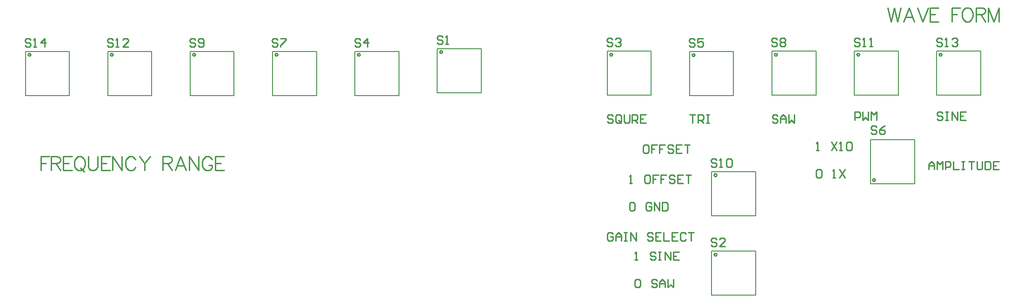
<source format=gto>
G04*
G04 #@! TF.GenerationSoftware,Altium Limited,Altium Designer,20.2.6 (244)*
G04*
G04 Layer_Color=65535*
%FSLAX25Y25*%
%MOIN*%
G70*
G04*
G04 #@! TF.SameCoordinates,84CE4F0F-00B1-48B8-8D41-A7CC789AE08E*
G04*
G04*
G04 #@! TF.FilePolarity,Positive*
G04*
G01*
G75*
%ADD10C,0.01000*%
%ADD11C,0.00787*%
D10*
X633395Y100492D02*
X632889Y101370D01*
X631875D01*
X631368Y100492D01*
X631875Y99615D01*
X632889D01*
X633395Y100492D01*
X746978Y96949D02*
X746471Y97826D01*
X745458D01*
X744951Y96949D01*
X745458Y96071D01*
X746471D01*
X746978Y96949D01*
X633395Y43406D02*
X632889Y44283D01*
X631875D01*
X631368Y43406D01*
X631875Y42528D01*
X632889D01*
X633395Y43406D01*
X794813Y187106D02*
X794306Y187984D01*
X793293D01*
X792786Y187106D01*
X793293Y186229D01*
X794306D01*
X794813Y187106D01*
X735757D02*
X735251Y187984D01*
X734237D01*
X733731Y187106D01*
X734237Y186229D01*
X735251D01*
X735757Y187106D01*
X676702D02*
X676196Y187984D01*
X675182D01*
X674676Y187106D01*
X675182Y186229D01*
X676196D01*
X676702Y187106D01*
X617647Y186713D02*
X617140Y187590D01*
X616127D01*
X615621Y186713D01*
X616127Y185835D01*
X617140D01*
X617647Y186713D01*
X558592Y187106D02*
X558085Y187984D01*
X557072D01*
X556565Y187106D01*
X557072Y186229D01*
X558085D01*
X558592Y187106D01*
X141561Y186937D02*
X141055Y187814D01*
X140041D01*
X139535Y186937D01*
X140041Y186059D01*
X141055D01*
X141561Y186937D01*
X200617D02*
X200110Y187814D01*
X199097D01*
X198590Y186937D01*
X199097Y186059D01*
X200110D01*
X200617Y186937D01*
X259672D02*
X259165Y187814D01*
X258152D01*
X257645Y186937D01*
X258152Y186059D01*
X259165D01*
X259672Y186937D01*
X318727D02*
X318220Y187814D01*
X317207D01*
X316700Y186937D01*
X317207Y186059D01*
X318220D01*
X318727Y186937D01*
X377782D02*
X377275Y187814D01*
X376262D01*
X375755Y186937D01*
X376262Y186059D01*
X377275D01*
X377782Y186937D01*
X436837Y188905D02*
X436330Y189783D01*
X435317D01*
X434810Y188905D01*
X435317Y188028D01*
X436330D01*
X436837Y188905D01*
X148890Y113743D02*
Y103745D01*
Y113743D02*
X155080D01*
X148890Y108982D02*
X152699D01*
X156222Y113743D02*
Y103745D01*
Y113743D02*
X160507D01*
X161935Y113267D01*
X162411Y112791D01*
X162888Y111838D01*
Y110886D01*
X162411Y109934D01*
X161935Y109458D01*
X160507Y108982D01*
X156222D01*
X159555D02*
X162888Y103745D01*
X171314Y113743D02*
X165125D01*
Y103745D01*
X171314D01*
X165125Y108982D02*
X168934D01*
X175837Y113743D02*
X174885Y113267D01*
X173933Y112314D01*
X173457Y111362D01*
X172981Y109934D01*
Y107554D01*
X173457Y106125D01*
X173933Y105173D01*
X174885Y104221D01*
X175837Y103745D01*
X177742D01*
X178694Y104221D01*
X179646Y105173D01*
X180122Y106125D01*
X180598Y107554D01*
Y109934D01*
X180122Y111362D01*
X179646Y112314D01*
X178694Y113267D01*
X177742Y113743D01*
X175837D01*
X177265Y105649D02*
X180122Y102793D01*
X182931Y113743D02*
Y106601D01*
X183407Y105173D01*
X184359Y104221D01*
X185787Y103745D01*
X186740D01*
X188168Y104221D01*
X189120Y105173D01*
X189596Y106601D01*
Y113743D01*
X198547D02*
X192357D01*
Y103745D01*
X198547D01*
X192357Y108982D02*
X196166D01*
X200213Y113743D02*
Y103745D01*
Y113743D02*
X206878Y103745D01*
Y113743D02*
Y103745D01*
X216781Y111362D02*
X216305Y112314D01*
X215353Y113267D01*
X214400Y113743D01*
X212496D01*
X211544Y113267D01*
X210592Y112314D01*
X210116Y111362D01*
X209639Y109934D01*
Y107554D01*
X210116Y106125D01*
X210592Y105173D01*
X211544Y104221D01*
X212496Y103745D01*
X214400D01*
X215353Y104221D01*
X216305Y105173D01*
X216781Y106125D01*
X219590Y113743D02*
X223398Y108982D01*
Y103745D01*
X227207Y113743D02*
X223398Y108982D01*
X236348Y113743D02*
Y103745D01*
Y113743D02*
X240633D01*
X242061Y113267D01*
X242537Y112791D01*
X243013Y111838D01*
Y110886D01*
X242537Y109934D01*
X242061Y109458D01*
X240633Y108982D01*
X236348D01*
X239681D02*
X243013Y103745D01*
X252868D02*
X249060Y113743D01*
X245251Y103745D01*
X246679Y107078D02*
X251440D01*
X255201Y113743D02*
Y103745D01*
Y113743D02*
X261866Y103745D01*
Y113743D02*
Y103745D01*
X271769Y111362D02*
X271293Y112314D01*
X270341Y113267D01*
X269389Y113743D01*
X267484D01*
X266532Y113267D01*
X265580Y112314D01*
X265104Y111362D01*
X264628Y109934D01*
Y107554D01*
X265104Y106125D01*
X265580Y105173D01*
X266532Y104221D01*
X267484Y103745D01*
X269389D01*
X270341Y104221D01*
X271293Y105173D01*
X271769Y106125D01*
Y107554D01*
X269389D02*
X271769D01*
X280243Y113743D02*
X274054D01*
Y103745D01*
X280243D01*
X274054Y108982D02*
X277863D01*
X755905Y220628D02*
X758286Y210630D01*
X760666Y220628D02*
X758286Y210630D01*
X760666Y220628D02*
X763047Y210630D01*
X765427Y220628D02*
X763047Y210630D01*
X775044D02*
X771236Y220628D01*
X767427Y210630D01*
X768855Y213963D02*
X773616D01*
X777377Y220628D02*
X781186Y210630D01*
X784995Y220628D02*
X781186Y210630D01*
X792469Y220628D02*
X786280D01*
Y210630D01*
X792469D01*
X786280Y215867D02*
X790089D01*
X801991Y220628D02*
Y210630D01*
Y220628D02*
X808180D01*
X801991Y215867D02*
X805800D01*
X812179Y220628D02*
X811227Y220152D01*
X810275Y219199D01*
X809799Y218247D01*
X809323Y216819D01*
Y214439D01*
X809799Y213010D01*
X810275Y212058D01*
X811227Y211106D01*
X812179Y210630D01*
X814083D01*
X815036Y211106D01*
X815988Y212058D01*
X816464Y213010D01*
X816940Y214439D01*
Y216819D01*
X816464Y218247D01*
X815988Y219199D01*
X815036Y220152D01*
X814083Y220628D01*
X812179D01*
X819273D02*
Y210630D01*
Y220628D02*
X823558D01*
X824986Y220152D01*
X825462Y219676D01*
X825938Y218723D01*
Y217771D01*
X825462Y216819D01*
X824986Y216343D01*
X823558Y215867D01*
X819273D01*
X822606D02*
X825938Y210630D01*
X828176Y220628D02*
Y210630D01*
Y220628D02*
X831984Y210630D01*
X835793Y220628D02*
X831984Y210630D01*
X835793Y220628D02*
Y210630D01*
X559054Y142715D02*
X558070Y143699D01*
X556102D01*
X555118Y142715D01*
Y141731D01*
X556102Y140747D01*
X558070D01*
X559054Y139763D01*
Y138779D01*
X558070Y137795D01*
X556102D01*
X555118Y138779D01*
X564957D02*
Y142715D01*
X563974Y143699D01*
X562006D01*
X561022Y142715D01*
Y138779D01*
X562006Y137795D01*
X563974D01*
X562990Y139763D02*
X564957Y137795D01*
X563974D02*
X564957Y138779D01*
X566925Y143699D02*
Y138779D01*
X567909Y137795D01*
X569877D01*
X570861Y138779D01*
Y143699D01*
X572829Y137795D02*
Y143699D01*
X575781D01*
X576765Y142715D01*
Y140747D01*
X575781Y139763D01*
X572829D01*
X574797D02*
X576765Y137795D01*
X582668Y143699D02*
X578732D01*
Y137795D01*
X582668D01*
X578732Y140747D02*
X580700D01*
X614173Y143699D02*
X618109D01*
X616141D01*
Y137795D01*
X620077D02*
Y143699D01*
X623029D01*
X624013Y142715D01*
Y140747D01*
X623029Y139763D01*
X620077D01*
X622045D02*
X624013Y137795D01*
X625980Y143699D02*
X627948D01*
X626964D01*
Y137795D01*
X625980D01*
X627948D01*
X677164Y142715D02*
X676180Y143699D01*
X674212D01*
X673228Y142715D01*
Y141731D01*
X674212Y140747D01*
X676180D01*
X677164Y139763D01*
Y138779D01*
X676180Y137795D01*
X674212D01*
X673228Y138779D01*
X679132Y137795D02*
Y141731D01*
X681100Y143699D01*
X683068Y141731D01*
Y137795D01*
Y140747D01*
X679132D01*
X685036Y143699D02*
Y137795D01*
X687003Y139763D01*
X688971Y137795D01*
Y143699D01*
X732283Y139764D02*
Y145667D01*
X735235D01*
X736219Y144683D01*
Y142716D01*
X735235Y141732D01*
X732283D01*
X738187Y145667D02*
Y139764D01*
X740155Y141732D01*
X742123Y139764D01*
Y145667D01*
X744091Y139764D02*
Y145667D01*
X746059Y143700D01*
X748026Y145667D01*
Y139764D01*
X795274Y144683D02*
X794290Y145667D01*
X792322D01*
X791339Y144683D01*
Y143700D01*
X792322Y142716D01*
X794290D01*
X795274Y141732D01*
Y140748D01*
X794290Y139764D01*
X792322D01*
X791339Y140748D01*
X797242Y145667D02*
X799210D01*
X798226D01*
Y139764D01*
X797242D01*
X799210D01*
X802162D02*
Y145667D01*
X806098Y139764D01*
Y145667D01*
X812001D02*
X808065D01*
Y139764D01*
X812001D01*
X808065Y142716D02*
X810033D01*
X574803Y39370D02*
X576771D01*
X575787D01*
Y45274D01*
X574803Y44290D01*
X589562D02*
X588578Y45274D01*
X586610D01*
X585626Y44290D01*
Y43306D01*
X586610Y42322D01*
X588578D01*
X589562Y41338D01*
Y40354D01*
X588578Y39370D01*
X586610D01*
X585626Y40354D01*
X591530Y45274D02*
X593498D01*
X592514D01*
Y39370D01*
X591530D01*
X593498D01*
X596450D02*
Y45274D01*
X600385Y39370D01*
Y45274D01*
X606289D02*
X602353D01*
Y39370D01*
X606289D01*
X602353Y42322D02*
X604321D01*
X574803Y24605D02*
X575787Y25589D01*
X577755D01*
X578739Y24605D01*
Y20669D01*
X577755Y19685D01*
X575787D01*
X574803Y20669D01*
Y24605D01*
X590546D02*
X589562Y25589D01*
X587594D01*
X586610Y24605D01*
Y23621D01*
X587594Y22637D01*
X589562D01*
X590546Y21653D01*
Y20669D01*
X589562Y19685D01*
X587594D01*
X586610Y20669D01*
X592514Y19685D02*
Y23621D01*
X594482Y25589D01*
X596450Y23621D01*
Y19685D01*
Y22637D01*
X592514D01*
X598418Y25589D02*
Y19685D01*
X600385Y21653D01*
X602353Y19685D01*
Y25589D01*
X704724Y103345D02*
X705708Y104329D01*
X707676D01*
X708660Y103345D01*
Y99409D01*
X707676Y98425D01*
X705708D01*
X704724Y99409D01*
Y103345D01*
X716532Y98425D02*
X718500D01*
X717516D01*
Y104329D01*
X716532Y103345D01*
X721451Y104329D02*
X725387Y98425D01*
Y104329D02*
X721451Y98425D01*
X704724Y118110D02*
X706692D01*
X705708D01*
Y124014D01*
X704724Y123030D01*
X715548Y124014D02*
X719483Y118110D01*
Y124014D02*
X715548Y118110D01*
X721451D02*
X723419D01*
X722435D01*
Y124014D01*
X721451Y123030D01*
X726371D02*
X727355Y124014D01*
X729323D01*
X730307Y123030D01*
Y119094D01*
X729323Y118110D01*
X727355D01*
X726371Y119094D01*
Y123030D01*
X570866Y94488D02*
X572834D01*
X571850D01*
Y100392D01*
X570866Y99408D01*
X584641Y100392D02*
X582673D01*
X581689Y99408D01*
Y95472D01*
X582673Y94488D01*
X584641D01*
X585625Y95472D01*
Y99408D01*
X584641Y100392D01*
X591529D02*
X587593D01*
Y97440D01*
X589561D01*
X587593D01*
Y94488D01*
X597432Y100392D02*
X593497D01*
Y97440D01*
X595465D01*
X593497D01*
Y94488D01*
X603336Y99408D02*
X602352Y100392D01*
X600384D01*
X599400Y99408D01*
Y98424D01*
X600384Y97440D01*
X602352D01*
X603336Y96456D01*
Y95472D01*
X602352Y94488D01*
X600384D01*
X599400Y95472D01*
X609240Y100392D02*
X605304D01*
Y94488D01*
X609240D01*
X605304Y97440D02*
X607272D01*
X611207Y100392D02*
X615143D01*
X613175D01*
Y94488D01*
X570866Y79723D02*
X571850Y80707D01*
X573818D01*
X574802Y79723D01*
Y75787D01*
X573818Y74803D01*
X571850D01*
X570866Y75787D01*
Y79723D01*
X586609D02*
X585625Y80707D01*
X583657D01*
X582673Y79723D01*
Y75787D01*
X583657Y74803D01*
X585625D01*
X586609Y75787D01*
Y77755D01*
X584641D01*
X588577Y74803D02*
Y80707D01*
X592513Y74803D01*
Y80707D01*
X594481D02*
Y74803D01*
X597432D01*
X598416Y75787D01*
Y79723D01*
X597432Y80707D01*
X594481D01*
X583661Y122045D02*
X581693D01*
X580709Y121061D01*
Y117126D01*
X581693Y116142D01*
X583661D01*
X584644Y117126D01*
Y121061D01*
X583661Y122045D01*
X590548D02*
X586612D01*
Y119094D01*
X588580D01*
X586612D01*
Y116142D01*
X596452Y122045D02*
X592516D01*
Y119094D01*
X594484D01*
X592516D01*
Y116142D01*
X602355Y121061D02*
X601371Y122045D01*
X599403D01*
X598420Y121061D01*
Y120078D01*
X599403Y119094D01*
X601371D01*
X602355Y118110D01*
Y117126D01*
X601371Y116142D01*
X599403D01*
X598420Y117126D01*
X608259Y122045D02*
X604323D01*
Y116142D01*
X608259D01*
X604323Y119094D02*
X606291D01*
X610227Y122045D02*
X614162D01*
X612194D01*
Y116142D01*
X785433Y104331D02*
Y108266D01*
X787401Y110234D01*
X789369Y108266D01*
Y104331D01*
Y107282D01*
X785433D01*
X791337Y104331D02*
Y110234D01*
X793304Y108266D01*
X795272Y110234D01*
Y104331D01*
X797240D02*
Y110234D01*
X800192D01*
X801176Y109250D01*
Y107282D01*
X800192Y106299D01*
X797240D01*
X803144Y110234D02*
Y104331D01*
X807080D01*
X809048Y110234D02*
X811015D01*
X810031D01*
Y104331D01*
X809048D01*
X811015D01*
X813967Y110234D02*
X817903D01*
X815935D01*
Y104331D01*
X819871Y110234D02*
Y105315D01*
X820855Y104331D01*
X822822D01*
X823806Y105315D01*
Y110234D01*
X825774D02*
Y104331D01*
X828726D01*
X829710Y105315D01*
Y109250D01*
X828726Y110234D01*
X825774D01*
X835614D02*
X831678D01*
Y104331D01*
X835614D01*
X831678Y107282D02*
X833646D01*
X559054Y58069D02*
X558070Y59053D01*
X556102D01*
X555118Y58069D01*
Y54133D01*
X556102Y53150D01*
X558070D01*
X559054Y54133D01*
Y56101D01*
X557086D01*
X561022Y53150D02*
Y57085D01*
X562990Y59053D01*
X564957Y57085D01*
Y53150D01*
Y56101D01*
X561022D01*
X566925Y59053D02*
X568893D01*
X567909D01*
Y53150D01*
X566925D01*
X568893D01*
X571845D02*
Y59053D01*
X575781Y53150D01*
Y59053D01*
X587588Y58069D02*
X586604Y59053D01*
X584636D01*
X583652Y58069D01*
Y57085D01*
X584636Y56101D01*
X586604D01*
X587588Y55117D01*
Y54133D01*
X586604Y53150D01*
X584636D01*
X583652Y54133D01*
X593492Y59053D02*
X589556D01*
Y53150D01*
X593492D01*
X589556Y56101D02*
X591524D01*
X595459Y59053D02*
Y53150D01*
X599395D01*
X605299Y59053D02*
X601363D01*
Y53150D01*
X605299D01*
X601363Y56101D02*
X603331D01*
X611202Y58069D02*
X610218Y59053D01*
X608251D01*
X607267Y58069D01*
Y54133D01*
X608251Y53150D01*
X610218D01*
X611202Y54133D01*
X613170Y59053D02*
X617106D01*
X615138D01*
Y53150D01*
X436949Y199618D02*
X435949Y200618D01*
X433950D01*
X432950Y199618D01*
Y198619D01*
X433950Y197619D01*
X435949D01*
X436949Y196619D01*
Y195620D01*
X435949Y194620D01*
X433950D01*
X432950Y195620D01*
X438948Y194620D02*
X440947D01*
X439948D01*
Y200618D01*
X438948Y199618D01*
X377894Y197650D02*
X376894Y198650D01*
X374895D01*
X373895Y197650D01*
Y196650D01*
X374895Y195650D01*
X376894D01*
X377894Y194651D01*
Y193651D01*
X376894Y192651D01*
X374895D01*
X373895Y193651D01*
X382892Y192651D02*
Y198650D01*
X379893Y195650D01*
X383892D01*
X318839Y197650D02*
X317839Y198650D01*
X315840D01*
X314840Y197650D01*
Y196650D01*
X315840Y195650D01*
X317839D01*
X318839Y194651D01*
Y193651D01*
X317839Y192651D01*
X315840D01*
X314840Y193651D01*
X320838Y198650D02*
X324837D01*
Y197650D01*
X320838Y193651D01*
Y192651D01*
X259784Y197650D02*
X258784Y198650D01*
X256785D01*
X255785Y197650D01*
Y196650D01*
X256785Y195650D01*
X258784D01*
X259784Y194651D01*
Y193651D01*
X258784Y192651D01*
X256785D01*
X255785Y193651D01*
X261783D02*
X262783Y192651D01*
X264782D01*
X265782Y193651D01*
Y197650D01*
X264782Y198650D01*
X262783D01*
X261783Y197650D01*
Y196650D01*
X262783Y195650D01*
X265782D01*
X200728Y197650D02*
X199729Y198650D01*
X197729D01*
X196730Y197650D01*
Y196650D01*
X197729Y195650D01*
X199729D01*
X200728Y194651D01*
Y193651D01*
X199729Y192651D01*
X197729D01*
X196730Y193651D01*
X202728Y192651D02*
X204727D01*
X203727D01*
Y198650D01*
X202728Y197650D01*
X211725Y192651D02*
X207726D01*
X211725Y196650D01*
Y197650D01*
X210725Y198650D01*
X208726D01*
X207726Y197650D01*
X141673D02*
X140674Y198650D01*
X138674D01*
X137674Y197650D01*
Y196650D01*
X138674Y195650D01*
X140674D01*
X141673Y194651D01*
Y193651D01*
X140674Y192651D01*
X138674D01*
X137674Y193651D01*
X143673Y192651D02*
X145672D01*
X144672D01*
Y198650D01*
X143673Y197650D01*
X151670Y192651D02*
Y198650D01*
X148671Y195650D01*
X152670D01*
X558704Y197819D02*
X557704Y198819D01*
X555705D01*
X554705Y197819D01*
Y196820D01*
X555705Y195820D01*
X557704D01*
X558704Y194820D01*
Y193821D01*
X557704Y192821D01*
X555705D01*
X554705Y193821D01*
X560703Y197819D02*
X561703Y198819D01*
X563702D01*
X564702Y197819D01*
Y196820D01*
X563702Y195820D01*
X562703D01*
X563702D01*
X564702Y194820D01*
Y193821D01*
X563702Y192821D01*
X561703D01*
X560703Y193821D01*
X617759Y197425D02*
X616759Y198425D01*
X614760D01*
X613760Y197425D01*
Y196426D01*
X614760Y195426D01*
X616759D01*
X617759Y194427D01*
Y193427D01*
X616759Y192427D01*
X614760D01*
X613760Y193427D01*
X623757Y198425D02*
X619758D01*
Y195426D01*
X621758Y196426D01*
X622757D01*
X623757Y195426D01*
Y193427D01*
X622757Y192427D01*
X620758D01*
X619758Y193427D01*
X676814Y197819D02*
X675814Y198819D01*
X673815D01*
X672815Y197819D01*
Y196820D01*
X673815Y195820D01*
X675814D01*
X676814Y194820D01*
Y193821D01*
X675814Y192821D01*
X673815D01*
X672815Y193821D01*
X678813Y197819D02*
X679813Y198819D01*
X681812D01*
X682812Y197819D01*
Y196820D01*
X681812Y195820D01*
X682812Y194820D01*
Y193821D01*
X681812Y192821D01*
X679813D01*
X678813Y193821D01*
Y194820D01*
X679813Y195820D01*
X678813Y196820D01*
Y197819D01*
X679813Y195820D02*
X681812D01*
X735869Y197819D02*
X734869Y198819D01*
X732870D01*
X731871Y197819D01*
Y196820D01*
X732870Y195820D01*
X734869D01*
X735869Y194820D01*
Y193821D01*
X734869Y192821D01*
X732870D01*
X731871Y193821D01*
X737868Y192821D02*
X739868D01*
X738868D01*
Y198819D01*
X737868Y197819D01*
X742867Y192821D02*
X744866D01*
X743867D01*
Y198819D01*
X742867Y197819D01*
X794924D02*
X793925Y198819D01*
X791925D01*
X790926Y197819D01*
Y196820D01*
X791925Y195820D01*
X793925D01*
X794924Y194820D01*
Y193821D01*
X793925Y192821D01*
X791925D01*
X790926Y193821D01*
X796924Y192821D02*
X798923D01*
X797923D01*
Y198819D01*
X796924Y197819D01*
X801922D02*
X802922Y198819D01*
X804921D01*
X805921Y197819D01*
Y196820D01*
X804921Y195820D01*
X803921D01*
X804921D01*
X805921Y194820D01*
Y193821D01*
X804921Y192821D01*
X802922D01*
X801922Y193821D01*
X633507Y54119D02*
X632507Y55118D01*
X630508D01*
X629508Y54119D01*
Y53119D01*
X630508Y52119D01*
X632507D01*
X633507Y51119D01*
Y50120D01*
X632507Y49120D01*
X630508D01*
X629508Y50120D01*
X639505Y49120D02*
X635506D01*
X639505Y53119D01*
Y54119D01*
X638505Y55118D01*
X636506D01*
X635506Y54119D01*
X748093Y134920D02*
X747093Y135919D01*
X745094D01*
X744095Y134920D01*
Y133920D01*
X745094Y132920D01*
X747093D01*
X748093Y131921D01*
Y130921D01*
X747093Y129921D01*
X745094D01*
X744095Y130921D01*
X754091Y135919D02*
X752092Y134920D01*
X750093Y132920D01*
Y130921D01*
X751092Y129921D01*
X753092D01*
X754091Y130921D01*
Y131921D01*
X753092Y132920D01*
X750093D01*
X633507Y111205D02*
X632507Y112205D01*
X630508D01*
X629508Y111205D01*
Y110205D01*
X630508Y109206D01*
X632507D01*
X633507Y108206D01*
Y107206D01*
X632507Y106207D01*
X630508D01*
X629508Y107206D01*
X635506Y106207D02*
X637506D01*
X636506D01*
Y112205D01*
X635506Y111205D01*
X640505D02*
X641504Y112205D01*
X643504D01*
X644503Y111205D01*
Y107206D01*
X643504Y106207D01*
X641504D01*
X640505Y107206D01*
Y111205D01*
D11*
X629724Y71161D02*
Y102756D01*
X629823Y102854D01*
X661220D01*
X629724Y71161D02*
X661220D01*
Y102854D01*
X743701Y94291D02*
X775295D01*
X743602Y94390D02*
X743701Y94291D01*
X743602Y94390D02*
Y125787D01*
X775295Y94291D02*
Y125787D01*
X743602D02*
X775295D01*
X629724Y14075D02*
Y45669D01*
X629823Y45768D01*
X661220D01*
X629724Y14075D02*
X661220D01*
Y45768D01*
X791142Y157776D02*
Y189370D01*
X791240Y189469D01*
X822638D01*
X791142Y157776D02*
X822638D01*
Y189469D01*
X732087Y157776D02*
Y189370D01*
X732185Y189469D01*
X763583D01*
X732087Y157776D02*
X763583D01*
Y189469D01*
X673031Y157776D02*
Y189370D01*
X673130Y189469D01*
X704528D01*
X673031Y157776D02*
X704528D01*
Y189469D01*
X613976Y157382D02*
Y188976D01*
X614075Y189075D01*
X645472D01*
X613976Y157382D02*
X645472D01*
Y189075D01*
X554921Y157776D02*
Y189370D01*
X555020Y189469D01*
X586417D01*
X554921Y157776D02*
X586417D01*
Y189469D01*
X137891Y157606D02*
Y189201D01*
X137989Y189299D01*
X169387D01*
X137891Y157606D02*
X169387D01*
Y189299D01*
X196946Y157606D02*
Y189201D01*
X197044Y189299D01*
X228442D01*
X196946Y157606D02*
X228442D01*
Y189299D01*
X256001Y157606D02*
Y189201D01*
X256099Y189299D01*
X287497D01*
X256001Y157606D02*
X287497D01*
Y189299D01*
X315056Y157606D02*
Y189201D01*
X315154Y189299D01*
X346552D01*
X315056Y157606D02*
X346552D01*
Y189299D01*
X374111Y157606D02*
Y189201D01*
X374210Y189299D01*
X405607D01*
X374111Y157606D02*
X405607D01*
Y189299D01*
X433166Y159575D02*
Y191169D01*
X433265Y191268D01*
X464662D01*
X433166Y159575D02*
X464662D01*
Y191268D01*
M02*

</source>
